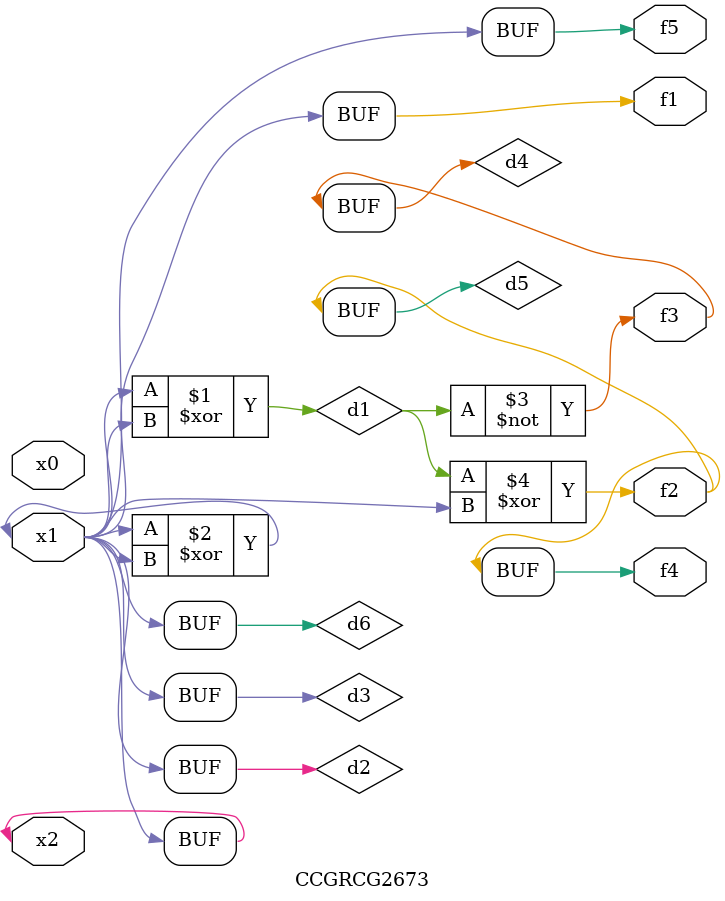
<source format=v>
module CCGRCG2673(
	input x0, x1, x2,
	output f1, f2, f3, f4, f5
);

	wire d1, d2, d3, d4, d5, d6;

	xor (d1, x1, x2);
	buf (d2, x1, x2);
	xor (d3, x1, x2);
	nor (d4, d1);
	xor (d5, d1, d2);
	buf (d6, d2, d3);
	assign f1 = d6;
	assign f2 = d5;
	assign f3 = d4;
	assign f4 = d5;
	assign f5 = d6;
endmodule

</source>
